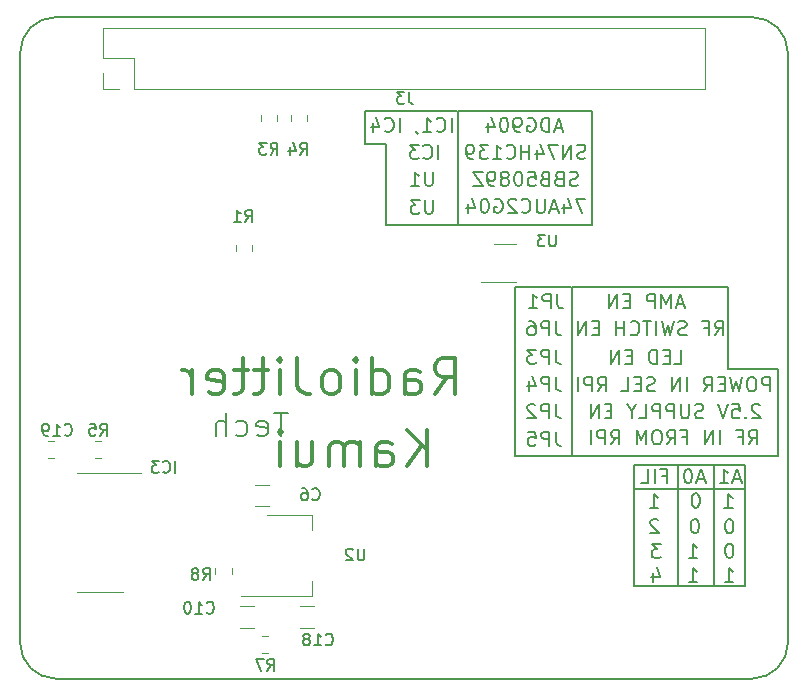
<source format=gbo>
G04 #@! TF.GenerationSoftware,KiCad,Pcbnew,(5.1.4)-1*
G04 #@! TF.CreationDate,2019-11-05T17:53:01+05:30*
G04 #@! TF.ProjectId,RPi Hat RF Transmitter V1,52506920-4861-4742-9052-46205472616e,rev?*
G04 #@! TF.SameCoordinates,Original*
G04 #@! TF.FileFunction,Legend,Bot*
G04 #@! TF.FilePolarity,Positive*
%FSLAX46Y46*%
G04 Gerber Fmt 4.6, Leading zero omitted, Abs format (unit mm)*
G04 Created by KiCad (PCBNEW (5.1.4)-1) date 2019-11-05 17:53:01*
%MOMM*%
%LPD*%
G04 APERTURE LIST*
%ADD10C,0.150000*%
%ADD11C,0.130000*%
%ADD12C,0.200000*%
%ADD13C,0.300000*%
%ADD14C,0.120000*%
G04 APERTURE END LIST*
D10*
X142708000Y-93306000D02*
X142708000Y-98000000D01*
X125309000Y-93306000D02*
X125300000Y-98000000D01*
X120480000Y-93320000D02*
X120480000Y-98000000D01*
D11*
X140224357Y-96995357D02*
X140624357Y-96423928D01*
X140910071Y-96995357D02*
X140910071Y-95795357D01*
X140452928Y-95795357D01*
X140338642Y-95852500D01*
X140281500Y-95909642D01*
X140224357Y-96023928D01*
X140224357Y-96195357D01*
X140281500Y-96309642D01*
X140338642Y-96366785D01*
X140452928Y-96423928D01*
X140910071Y-96423928D01*
X139310071Y-96366785D02*
X139710071Y-96366785D01*
X139710071Y-96995357D02*
X139710071Y-95795357D01*
X139138642Y-95795357D01*
X137767214Y-96995357D02*
X137767214Y-95795357D01*
X137195785Y-96995357D02*
X137195785Y-95795357D01*
X136510071Y-96995357D01*
X136510071Y-95795357D01*
X134624357Y-96366785D02*
X135024357Y-96366785D01*
X135024357Y-96995357D02*
X135024357Y-95795357D01*
X134452928Y-95795357D01*
X133310071Y-96995357D02*
X133710071Y-96423928D01*
X133995785Y-96995357D02*
X133995785Y-95795357D01*
X133538642Y-95795357D01*
X133424357Y-95852500D01*
X133367214Y-95909642D01*
X133310071Y-96023928D01*
X133310071Y-96195357D01*
X133367214Y-96309642D01*
X133424357Y-96366785D01*
X133538642Y-96423928D01*
X133995785Y-96423928D01*
X132567214Y-95795357D02*
X132338642Y-95795357D01*
X132224357Y-95852500D01*
X132110071Y-95966785D01*
X132052928Y-96195357D01*
X132052928Y-96595357D01*
X132110071Y-96823928D01*
X132224357Y-96938214D01*
X132338642Y-96995357D01*
X132567214Y-96995357D01*
X132681500Y-96938214D01*
X132795785Y-96823928D01*
X132852928Y-96595357D01*
X132852928Y-96195357D01*
X132795785Y-95966785D01*
X132681500Y-95852500D01*
X132567214Y-95795357D01*
X131538642Y-96995357D02*
X131538642Y-95795357D01*
X131138642Y-96652500D01*
X130738642Y-95795357D01*
X130738642Y-96995357D01*
X128567214Y-96995357D02*
X128967214Y-96423928D01*
X129252928Y-96995357D02*
X129252928Y-95795357D01*
X128795785Y-95795357D01*
X128681500Y-95852500D01*
X128624357Y-95909642D01*
X128567214Y-96023928D01*
X128567214Y-96195357D01*
X128624357Y-96309642D01*
X128681500Y-96366785D01*
X128795785Y-96423928D01*
X129252928Y-96423928D01*
X128052928Y-96995357D02*
X128052928Y-95795357D01*
X127595785Y-95795357D01*
X127481500Y-95852500D01*
X127424357Y-95909642D01*
X127367214Y-96023928D01*
X127367214Y-96195357D01*
X127424357Y-96309642D01*
X127481500Y-96366785D01*
X127595785Y-96423928D01*
X128052928Y-96423928D01*
X126852928Y-96995357D02*
X126852928Y-95795357D01*
X141181500Y-93689642D02*
X141124357Y-93632500D01*
X141010071Y-93575357D01*
X140724357Y-93575357D01*
X140610071Y-93632500D01*
X140552928Y-93689642D01*
X140495785Y-93803928D01*
X140495785Y-93918214D01*
X140552928Y-94089642D01*
X141238642Y-94775357D01*
X140495785Y-94775357D01*
X139981500Y-94661071D02*
X139924357Y-94718214D01*
X139981500Y-94775357D01*
X140038642Y-94718214D01*
X139981500Y-94661071D01*
X139981500Y-94775357D01*
X138838642Y-93575357D02*
X139410071Y-93575357D01*
X139467214Y-94146785D01*
X139410071Y-94089642D01*
X139295785Y-94032500D01*
X139010071Y-94032500D01*
X138895785Y-94089642D01*
X138838642Y-94146785D01*
X138781500Y-94261071D01*
X138781500Y-94546785D01*
X138838642Y-94661071D01*
X138895785Y-94718214D01*
X139010071Y-94775357D01*
X139295785Y-94775357D01*
X139410071Y-94718214D01*
X139467214Y-94661071D01*
X138438642Y-93575357D02*
X138038642Y-94775357D01*
X137638642Y-93575357D01*
X136381500Y-94718214D02*
X136210071Y-94775357D01*
X135924357Y-94775357D01*
X135810071Y-94718214D01*
X135752928Y-94661071D01*
X135695785Y-94546785D01*
X135695785Y-94432500D01*
X135752928Y-94318214D01*
X135810071Y-94261071D01*
X135924357Y-94203928D01*
X136152928Y-94146785D01*
X136267214Y-94089642D01*
X136324357Y-94032500D01*
X136381500Y-93918214D01*
X136381500Y-93803928D01*
X136324357Y-93689642D01*
X136267214Y-93632500D01*
X136152928Y-93575357D01*
X135867214Y-93575357D01*
X135695785Y-93632500D01*
X135181500Y-93575357D02*
X135181500Y-94546785D01*
X135124357Y-94661071D01*
X135067214Y-94718214D01*
X134952928Y-94775357D01*
X134724357Y-94775357D01*
X134610071Y-94718214D01*
X134552928Y-94661071D01*
X134495785Y-94546785D01*
X134495785Y-93575357D01*
X133924357Y-94775357D02*
X133924357Y-93575357D01*
X133467214Y-93575357D01*
X133352928Y-93632500D01*
X133295785Y-93689642D01*
X133238642Y-93803928D01*
X133238642Y-93975357D01*
X133295785Y-94089642D01*
X133352928Y-94146785D01*
X133467214Y-94203928D01*
X133924357Y-94203928D01*
X132724357Y-94775357D02*
X132724357Y-93575357D01*
X132267214Y-93575357D01*
X132152928Y-93632500D01*
X132095785Y-93689642D01*
X132038642Y-93803928D01*
X132038642Y-93975357D01*
X132095785Y-94089642D01*
X132152928Y-94146785D01*
X132267214Y-94203928D01*
X132724357Y-94203928D01*
X130952928Y-94775357D02*
X131524357Y-94775357D01*
X131524357Y-93575357D01*
X130324357Y-94203928D02*
X130324357Y-94775357D01*
X130724357Y-93575357D02*
X130324357Y-94203928D01*
X129924357Y-93575357D01*
X128610071Y-94146785D02*
X128210071Y-94146785D01*
X128038642Y-94775357D02*
X128610071Y-94775357D01*
X128610071Y-93575357D01*
X128038642Y-93575357D01*
X127524357Y-94775357D02*
X127524357Y-93575357D01*
X126838642Y-94775357D01*
X126838642Y-93575357D01*
X123920000Y-95902857D02*
X123920000Y-96760000D01*
X123977142Y-96931428D01*
X124091428Y-97045714D01*
X124262857Y-97102857D01*
X124377142Y-97102857D01*
X123348571Y-97102857D02*
X123348571Y-95902857D01*
X122891428Y-95902857D01*
X122777142Y-95960000D01*
X122720000Y-96017142D01*
X122662857Y-96131428D01*
X122662857Y-96302857D01*
X122720000Y-96417142D01*
X122777142Y-96474285D01*
X122891428Y-96531428D01*
X123348571Y-96531428D01*
X121577142Y-95902857D02*
X122148571Y-95902857D01*
X122205714Y-96474285D01*
X122148571Y-96417142D01*
X122034285Y-96360000D01*
X121748571Y-96360000D01*
X121634285Y-96417142D01*
X121577142Y-96474285D01*
X121520000Y-96588571D01*
X121520000Y-96874285D01*
X121577142Y-96988571D01*
X121634285Y-97045714D01*
X121748571Y-97102857D01*
X122034285Y-97102857D01*
X122148571Y-97045714D01*
X122205714Y-96988571D01*
X123876000Y-93571857D02*
X123876000Y-94429000D01*
X123933142Y-94600428D01*
X124047428Y-94714714D01*
X124218857Y-94771857D01*
X124333142Y-94771857D01*
X123304571Y-94771857D02*
X123304571Y-93571857D01*
X122847428Y-93571857D01*
X122733142Y-93629000D01*
X122676000Y-93686142D01*
X122618857Y-93800428D01*
X122618857Y-93971857D01*
X122676000Y-94086142D01*
X122733142Y-94143285D01*
X122847428Y-94200428D01*
X123304571Y-94200428D01*
X122161714Y-93686142D02*
X122104571Y-93629000D01*
X121990285Y-93571857D01*
X121704571Y-93571857D01*
X121590285Y-93629000D01*
X121533142Y-93686142D01*
X121476000Y-93800428D01*
X121476000Y-93914714D01*
X121533142Y-94086142D01*
X122218857Y-94771857D01*
X121476000Y-94771857D01*
D10*
X120480000Y-98006000D02*
X125409000Y-98006000D01*
X115640000Y-78383000D02*
X126943000Y-78383000D01*
X115513000Y-68731000D02*
X107766000Y-68731000D01*
X142708000Y-93306000D02*
X142708000Y-90620000D01*
X126943000Y-68731000D02*
X115640000Y-68731000D01*
X138540000Y-90620000D02*
X142700000Y-90620000D01*
X138517000Y-83654000D02*
X138517000Y-90620000D01*
X137728000Y-98006000D02*
X142700000Y-98006000D01*
X107766000Y-71525000D02*
X107766000Y-68731000D01*
X109544000Y-71525000D02*
X107766000Y-71525000D01*
X138517000Y-83654000D02*
X125309000Y-83654000D01*
X125182000Y-83654000D02*
X120483000Y-83654000D01*
X125309000Y-83654000D02*
X125309000Y-93306000D01*
X109544000Y-78383000D02*
X115640000Y-78383000D01*
X109544000Y-78383000D02*
X109544000Y-71525000D01*
X120483000Y-93306000D02*
X120483000Y-83654000D01*
X125409000Y-98006000D02*
X137728000Y-98006000D01*
X139927500Y-100801500D02*
X139927500Y-108929500D01*
X137260500Y-99023500D02*
X137260500Y-108929500D01*
X137260500Y-98706000D02*
X137260500Y-98960000D01*
X134212500Y-108929500D02*
X134212500Y-99023500D01*
X130529500Y-100801500D02*
X130529500Y-108929500D01*
X139927500Y-98706000D02*
X139927500Y-100738000D01*
X134212500Y-98706000D02*
X137260500Y-98706000D01*
X139927500Y-100801500D02*
X130529500Y-100801500D01*
X126943000Y-78383000D02*
X126943000Y-68731000D01*
X137260500Y-98706000D02*
X139927500Y-98706000D01*
X134212500Y-98960000D02*
X134212500Y-98706000D01*
X137197000Y-108993000D02*
X134149000Y-108993000D01*
X130529500Y-98706000D02*
X130529500Y-100738000D01*
X130529500Y-108993000D02*
X134212500Y-108993000D01*
X134212500Y-98706000D02*
X130529500Y-98706000D01*
X115640000Y-68731000D02*
X115640000Y-78383000D01*
X139927500Y-108993000D02*
X137260500Y-108993000D01*
D11*
X123896000Y-91251857D02*
X123896000Y-92109000D01*
X123953142Y-92280428D01*
X124067428Y-92394714D01*
X124238857Y-92451857D01*
X124353142Y-92451857D01*
X123324571Y-92451857D02*
X123324571Y-91251857D01*
X122867428Y-91251857D01*
X122753142Y-91309000D01*
X122696000Y-91366142D01*
X122638857Y-91480428D01*
X122638857Y-91651857D01*
X122696000Y-91766142D01*
X122753142Y-91823285D01*
X122867428Y-91880428D01*
X123324571Y-91880428D01*
X121610285Y-91651857D02*
X121610285Y-92451857D01*
X121896000Y-91194714D02*
X122181714Y-92051857D01*
X121438857Y-92051857D01*
X126412142Y-72772714D02*
X126240714Y-72829857D01*
X125955000Y-72829857D01*
X125840714Y-72772714D01*
X125783571Y-72715571D01*
X125726428Y-72601285D01*
X125726428Y-72487000D01*
X125783571Y-72372714D01*
X125840714Y-72315571D01*
X125955000Y-72258428D01*
X126183571Y-72201285D01*
X126297857Y-72144142D01*
X126355000Y-72087000D01*
X126412142Y-71972714D01*
X126412142Y-71858428D01*
X126355000Y-71744142D01*
X126297857Y-71687000D01*
X126183571Y-71629857D01*
X125897857Y-71629857D01*
X125726428Y-71687000D01*
X125212142Y-72829857D02*
X125212142Y-71629857D01*
X124526428Y-72829857D01*
X124526428Y-71629857D01*
X124069285Y-71629857D02*
X123269285Y-71629857D01*
X123783571Y-72829857D01*
X122297857Y-72029857D02*
X122297857Y-72829857D01*
X122583571Y-71572714D02*
X122869285Y-72429857D01*
X122126428Y-72429857D01*
X121669285Y-72829857D02*
X121669285Y-71629857D01*
X121669285Y-72201285D02*
X120983571Y-72201285D01*
X120983571Y-72829857D02*
X120983571Y-71629857D01*
X119726428Y-72715571D02*
X119783571Y-72772714D01*
X119955000Y-72829857D01*
X120069285Y-72829857D01*
X120240714Y-72772714D01*
X120355000Y-72658428D01*
X120412142Y-72544142D01*
X120469285Y-72315571D01*
X120469285Y-72144142D01*
X120412142Y-71915571D01*
X120355000Y-71801285D01*
X120240714Y-71687000D01*
X120069285Y-71629857D01*
X119955000Y-71629857D01*
X119783571Y-71687000D01*
X119726428Y-71744142D01*
X118583571Y-72829857D02*
X119269285Y-72829857D01*
X118926428Y-72829857D02*
X118926428Y-71629857D01*
X119040714Y-71801285D01*
X119155000Y-71915571D01*
X119269285Y-71972714D01*
X118183571Y-71629857D02*
X117440714Y-71629857D01*
X117840714Y-72087000D01*
X117669285Y-72087000D01*
X117555000Y-72144142D01*
X117497857Y-72201285D01*
X117440714Y-72315571D01*
X117440714Y-72601285D01*
X117497857Y-72715571D01*
X117555000Y-72772714D01*
X117669285Y-72829857D01*
X118012142Y-72829857D01*
X118126428Y-72772714D01*
X118183571Y-72715571D01*
X116869285Y-72829857D02*
X116640714Y-72829857D01*
X116526428Y-72772714D01*
X116469285Y-72715571D01*
X116355000Y-72544142D01*
X116297857Y-72315571D01*
X116297857Y-71858428D01*
X116355000Y-71744142D01*
X116412142Y-71687000D01*
X116526428Y-71629857D01*
X116755000Y-71629857D01*
X116869285Y-71687000D01*
X116926428Y-71744142D01*
X116983571Y-71858428D01*
X116983571Y-72144142D01*
X116926428Y-72258428D01*
X116869285Y-72315571D01*
X116755000Y-72372714D01*
X116526428Y-72372714D01*
X116412142Y-72315571D01*
X116355000Y-72258428D01*
X116297857Y-72144142D01*
X123896000Y-86552857D02*
X123896000Y-87410000D01*
X123953142Y-87581428D01*
X124067428Y-87695714D01*
X124238857Y-87752857D01*
X124353142Y-87752857D01*
X123324571Y-87752857D02*
X123324571Y-86552857D01*
X122867428Y-86552857D01*
X122753142Y-86610000D01*
X122696000Y-86667142D01*
X122638857Y-86781428D01*
X122638857Y-86952857D01*
X122696000Y-87067142D01*
X122753142Y-87124285D01*
X122867428Y-87181428D01*
X123324571Y-87181428D01*
X121610285Y-86552857D02*
X121838857Y-86552857D01*
X121953142Y-86610000D01*
X122010285Y-86667142D01*
X122124571Y-86838571D01*
X122181714Y-87067142D01*
X122181714Y-87524285D01*
X122124571Y-87638571D01*
X122067428Y-87695714D01*
X121953142Y-87752857D01*
X121724571Y-87752857D01*
X121610285Y-87695714D01*
X121553142Y-87638571D01*
X121496000Y-87524285D01*
X121496000Y-87238571D01*
X121553142Y-87124285D01*
X121610285Y-87067142D01*
X121724571Y-87010000D01*
X121953142Y-87010000D01*
X122067428Y-87067142D01*
X122124571Y-87124285D01*
X122181714Y-87238571D01*
X124428000Y-70201000D02*
X123856571Y-70201000D01*
X124542285Y-70543857D02*
X124142285Y-69343857D01*
X123742285Y-70543857D01*
X123342285Y-70543857D02*
X123342285Y-69343857D01*
X123056571Y-69343857D01*
X122885142Y-69401000D01*
X122770857Y-69515285D01*
X122713714Y-69629571D01*
X122656571Y-69858142D01*
X122656571Y-70029571D01*
X122713714Y-70258142D01*
X122770857Y-70372428D01*
X122885142Y-70486714D01*
X123056571Y-70543857D01*
X123342285Y-70543857D01*
X121513714Y-69401000D02*
X121628000Y-69343857D01*
X121799428Y-69343857D01*
X121970857Y-69401000D01*
X122085142Y-69515285D01*
X122142285Y-69629571D01*
X122199428Y-69858142D01*
X122199428Y-70029571D01*
X122142285Y-70258142D01*
X122085142Y-70372428D01*
X121970857Y-70486714D01*
X121799428Y-70543857D01*
X121685142Y-70543857D01*
X121513714Y-70486714D01*
X121456571Y-70429571D01*
X121456571Y-70029571D01*
X121685142Y-70029571D01*
X120885142Y-70543857D02*
X120656571Y-70543857D01*
X120542285Y-70486714D01*
X120485142Y-70429571D01*
X120370857Y-70258142D01*
X120313714Y-70029571D01*
X120313714Y-69572428D01*
X120370857Y-69458142D01*
X120428000Y-69401000D01*
X120542285Y-69343857D01*
X120770857Y-69343857D01*
X120885142Y-69401000D01*
X120942285Y-69458142D01*
X120999428Y-69572428D01*
X120999428Y-69858142D01*
X120942285Y-69972428D01*
X120885142Y-70029571D01*
X120770857Y-70086714D01*
X120542285Y-70086714D01*
X120428000Y-70029571D01*
X120370857Y-69972428D01*
X120313714Y-69858142D01*
X119570857Y-69343857D02*
X119456571Y-69343857D01*
X119342285Y-69401000D01*
X119285142Y-69458142D01*
X119228000Y-69572428D01*
X119170857Y-69801000D01*
X119170857Y-70086714D01*
X119228000Y-70315285D01*
X119285142Y-70429571D01*
X119342285Y-70486714D01*
X119456571Y-70543857D01*
X119570857Y-70543857D01*
X119685142Y-70486714D01*
X119742285Y-70429571D01*
X119799428Y-70315285D01*
X119856571Y-70086714D01*
X119856571Y-69801000D01*
X119799428Y-69572428D01*
X119742285Y-69458142D01*
X119685142Y-69401000D01*
X119570857Y-69343857D01*
X118142285Y-69743857D02*
X118142285Y-70543857D01*
X118428000Y-69286714D02*
X118713714Y-70143857D01*
X117970857Y-70143857D01*
X132907500Y-99636285D02*
X133307500Y-99636285D01*
X133307500Y-100264857D02*
X133307500Y-99064857D01*
X132736071Y-99064857D01*
X132278928Y-100264857D02*
X132278928Y-99064857D01*
X131136071Y-100264857D02*
X131707500Y-100264857D01*
X131707500Y-99064857D01*
X138251142Y-108646857D02*
X138936857Y-108646857D01*
X138594000Y-108646857D02*
X138594000Y-107446857D01*
X138708285Y-107618285D01*
X138822571Y-107732571D01*
X138936857Y-107789714D01*
X139514642Y-99922000D02*
X138943214Y-99922000D01*
X139628928Y-100264857D02*
X139228928Y-99064857D01*
X138828928Y-100264857D01*
X137800357Y-100264857D02*
X138486071Y-100264857D01*
X138143214Y-100264857D02*
X138143214Y-99064857D01*
X138257500Y-99236285D01*
X138371785Y-99350571D01*
X138486071Y-99407714D01*
X113506285Y-76265357D02*
X113506285Y-77236785D01*
X113449142Y-77351071D01*
X113392000Y-77408214D01*
X113277714Y-77465357D01*
X113049142Y-77465357D01*
X112934857Y-77408214D01*
X112877714Y-77351071D01*
X112820571Y-77236785D01*
X112820571Y-76265357D01*
X112363428Y-76265357D02*
X111620571Y-76265357D01*
X112020571Y-76722500D01*
X111849142Y-76722500D01*
X111734857Y-76779642D01*
X111677714Y-76836785D01*
X111620571Y-76951071D01*
X111620571Y-77236785D01*
X111677714Y-77351071D01*
X111734857Y-77408214D01*
X111849142Y-77465357D01*
X112192000Y-77465357D01*
X112306285Y-77408214D01*
X112363428Y-77351071D01*
X138651142Y-103319357D02*
X138536857Y-103319357D01*
X138422571Y-103376500D01*
X138365428Y-103433642D01*
X138308285Y-103547928D01*
X138251142Y-103776500D01*
X138251142Y-104062214D01*
X138308285Y-104290785D01*
X138365428Y-104405071D01*
X138422571Y-104462214D01*
X138536857Y-104519357D01*
X138651142Y-104519357D01*
X138765428Y-104462214D01*
X138822571Y-104405071D01*
X138879714Y-104290785D01*
X138936857Y-104062214D01*
X138936857Y-103776500D01*
X138879714Y-103547928D01*
X138822571Y-103433642D01*
X138765428Y-103376500D01*
X138651142Y-103319357D01*
X132771000Y-105414857D02*
X132028142Y-105414857D01*
X132428142Y-105872000D01*
X132256714Y-105872000D01*
X132142428Y-105929142D01*
X132085285Y-105986285D01*
X132028142Y-106100571D01*
X132028142Y-106386285D01*
X132085285Y-106500571D01*
X132142428Y-106557714D01*
X132256714Y-106614857D01*
X132599571Y-106614857D01*
X132713857Y-106557714D01*
X132771000Y-106500571D01*
X123896000Y-88965857D02*
X123896000Y-89823000D01*
X123953142Y-89994428D01*
X124067428Y-90108714D01*
X124238857Y-90165857D01*
X124353142Y-90165857D01*
X123324571Y-90165857D02*
X123324571Y-88965857D01*
X122867428Y-88965857D01*
X122753142Y-89023000D01*
X122696000Y-89080142D01*
X122638857Y-89194428D01*
X122638857Y-89365857D01*
X122696000Y-89480142D01*
X122753142Y-89537285D01*
X122867428Y-89594428D01*
X123324571Y-89594428D01*
X122238857Y-88965857D02*
X121496000Y-88965857D01*
X121896000Y-89423000D01*
X121724571Y-89423000D01*
X121610285Y-89480142D01*
X121553142Y-89537285D01*
X121496000Y-89651571D01*
X121496000Y-89937285D01*
X121553142Y-90051571D01*
X121610285Y-90108714D01*
X121724571Y-90165857D01*
X122067428Y-90165857D01*
X122181714Y-90108714D01*
X122238857Y-90051571D01*
X113506285Y-73915857D02*
X113506285Y-74887285D01*
X113449142Y-75001571D01*
X113392000Y-75058714D01*
X113277714Y-75115857D01*
X113049142Y-75115857D01*
X112934857Y-75058714D01*
X112877714Y-75001571D01*
X112820571Y-74887285D01*
X112820571Y-73915857D01*
X111620571Y-75115857D02*
X112306285Y-75115857D01*
X111963428Y-75115857D02*
X111963428Y-73915857D01*
X112077714Y-74087285D01*
X112192000Y-74201571D01*
X112306285Y-74258714D01*
X138536857Y-106602142D02*
X138651142Y-106602142D01*
X138765428Y-106545000D01*
X138822571Y-106487857D01*
X138879714Y-106373571D01*
X138936857Y-106145000D01*
X138936857Y-105859285D01*
X138879714Y-105630714D01*
X138822571Y-105516428D01*
X138765428Y-105459285D01*
X138651142Y-105402142D01*
X138536857Y-105402142D01*
X138422571Y-105459285D01*
X138365428Y-105516428D01*
X138308285Y-105630714D01*
X138251142Y-105859285D01*
X138251142Y-106145000D01*
X138308285Y-106373571D01*
X138365428Y-106487857D01*
X138422571Y-106545000D01*
X138536857Y-106602142D01*
X135203142Y-108646857D02*
X135888857Y-108646857D01*
X135546000Y-108646857D02*
X135546000Y-107446857D01*
X135660285Y-107618285D01*
X135774571Y-107732571D01*
X135888857Y-107789714D01*
X115074428Y-70543857D02*
X115074428Y-69343857D01*
X113817285Y-70429571D02*
X113874428Y-70486714D01*
X114045857Y-70543857D01*
X114160142Y-70543857D01*
X114331571Y-70486714D01*
X114445857Y-70372428D01*
X114503000Y-70258142D01*
X114560142Y-70029571D01*
X114560142Y-69858142D01*
X114503000Y-69629571D01*
X114445857Y-69515285D01*
X114331571Y-69401000D01*
X114160142Y-69343857D01*
X114045857Y-69343857D01*
X113874428Y-69401000D01*
X113817285Y-69458142D01*
X112674428Y-70543857D02*
X113360142Y-70543857D01*
X113017285Y-70543857D02*
X113017285Y-69343857D01*
X113131571Y-69515285D01*
X113245857Y-69629571D01*
X113360142Y-69686714D01*
X112103000Y-70486714D02*
X112103000Y-70543857D01*
X112160142Y-70658142D01*
X112217285Y-70715285D01*
X110674428Y-70543857D02*
X110674428Y-69343857D01*
X109417285Y-70429571D02*
X109474428Y-70486714D01*
X109645857Y-70543857D01*
X109760142Y-70543857D01*
X109931571Y-70486714D01*
X110045857Y-70372428D01*
X110103000Y-70258142D01*
X110160142Y-70029571D01*
X110160142Y-69858142D01*
X110103000Y-69629571D01*
X110045857Y-69515285D01*
X109931571Y-69401000D01*
X109760142Y-69343857D01*
X109645857Y-69343857D01*
X109474428Y-69401000D01*
X109417285Y-69458142D01*
X108388714Y-69743857D02*
X108388714Y-70543857D01*
X108674428Y-69286714D02*
X108960142Y-70143857D01*
X108217285Y-70143857D01*
X113953928Y-72829857D02*
X113953928Y-71629857D01*
X112696785Y-72715571D02*
X112753928Y-72772714D01*
X112925357Y-72829857D01*
X113039642Y-72829857D01*
X113211071Y-72772714D01*
X113325357Y-72658428D01*
X113382500Y-72544142D01*
X113439642Y-72315571D01*
X113439642Y-72144142D01*
X113382500Y-71915571D01*
X113325357Y-71801285D01*
X113211071Y-71687000D01*
X113039642Y-71629857D01*
X112925357Y-71629857D01*
X112753928Y-71687000D01*
X112696785Y-71744142D01*
X112296785Y-71629857D02*
X111553928Y-71629857D01*
X111953928Y-72087000D01*
X111782500Y-72087000D01*
X111668214Y-72144142D01*
X111611071Y-72201285D01*
X111553928Y-72315571D01*
X111553928Y-72601285D01*
X111611071Y-72715571D01*
X111668214Y-72772714D01*
X111782500Y-72829857D01*
X112125357Y-72829857D01*
X112239642Y-72772714D01*
X112296785Y-72715571D01*
X138177142Y-102362857D02*
X138862857Y-102362857D01*
X138520000Y-102362857D02*
X138520000Y-101162857D01*
X138634285Y-101334285D01*
X138748571Y-101448571D01*
X138862857Y-101505714D01*
X135679357Y-102347642D02*
X135793642Y-102347642D01*
X135907928Y-102290500D01*
X135965071Y-102233357D01*
X136022214Y-102119071D01*
X136079357Y-101890500D01*
X136079357Y-101604785D01*
X136022214Y-101376214D01*
X135965071Y-101261928D01*
X135907928Y-101204785D01*
X135793642Y-101147642D01*
X135679357Y-101147642D01*
X135565071Y-101204785D01*
X135507928Y-101261928D01*
X135450785Y-101376214D01*
X135393642Y-101604785D01*
X135393642Y-101890500D01*
X135450785Y-102119071D01*
X135507928Y-102233357D01*
X135565071Y-102290500D01*
X135679357Y-102347642D01*
X124023000Y-84266857D02*
X124023000Y-85124000D01*
X124080142Y-85295428D01*
X124194428Y-85409714D01*
X124365857Y-85466857D01*
X124480142Y-85466857D01*
X123451571Y-85466857D02*
X123451571Y-84266857D01*
X122994428Y-84266857D01*
X122880142Y-84324000D01*
X122823000Y-84381142D01*
X122765857Y-84495428D01*
X122765857Y-84666857D01*
X122823000Y-84781142D01*
X122880142Y-84838285D01*
X122994428Y-84895428D01*
X123451571Y-84895428D01*
X121623000Y-85466857D02*
X122308714Y-85466857D01*
X121965857Y-85466857D02*
X121965857Y-84266857D01*
X122080142Y-84438285D01*
X122194428Y-84552571D01*
X122308714Y-84609714D01*
X131901142Y-102360357D02*
X132586857Y-102360357D01*
X132244000Y-102360357D02*
X132244000Y-101160357D01*
X132358285Y-101331785D01*
X132472571Y-101446071D01*
X132586857Y-101503214D01*
X135203142Y-106614857D02*
X135888857Y-106614857D01*
X135546000Y-106614857D02*
X135546000Y-105414857D01*
X135660285Y-105586285D01*
X135774571Y-105700571D01*
X135888857Y-105757714D01*
X126383571Y-76201857D02*
X125583571Y-76201857D01*
X126097857Y-77401857D01*
X124612142Y-76601857D02*
X124612142Y-77401857D01*
X124897857Y-76144714D02*
X125183571Y-77001857D01*
X124440714Y-77001857D01*
X124040714Y-77059000D02*
X123469285Y-77059000D01*
X124155000Y-77401857D02*
X123755000Y-76201857D01*
X123355000Y-77401857D01*
X122955000Y-76201857D02*
X122955000Y-77173285D01*
X122897857Y-77287571D01*
X122840714Y-77344714D01*
X122726428Y-77401857D01*
X122497857Y-77401857D01*
X122383571Y-77344714D01*
X122326428Y-77287571D01*
X122269285Y-77173285D01*
X122269285Y-76201857D01*
X121012142Y-77287571D02*
X121069285Y-77344714D01*
X121240714Y-77401857D01*
X121355000Y-77401857D01*
X121526428Y-77344714D01*
X121640714Y-77230428D01*
X121697857Y-77116142D01*
X121755000Y-76887571D01*
X121755000Y-76716142D01*
X121697857Y-76487571D01*
X121640714Y-76373285D01*
X121526428Y-76259000D01*
X121355000Y-76201857D01*
X121240714Y-76201857D01*
X121069285Y-76259000D01*
X121012142Y-76316142D01*
X120555000Y-76316142D02*
X120497857Y-76259000D01*
X120383571Y-76201857D01*
X120097857Y-76201857D01*
X119983571Y-76259000D01*
X119926428Y-76316142D01*
X119869285Y-76430428D01*
X119869285Y-76544714D01*
X119926428Y-76716142D01*
X120612142Y-77401857D01*
X119869285Y-77401857D01*
X118726428Y-76259000D02*
X118840714Y-76201857D01*
X119012142Y-76201857D01*
X119183571Y-76259000D01*
X119297857Y-76373285D01*
X119355000Y-76487571D01*
X119412142Y-76716142D01*
X119412142Y-76887571D01*
X119355000Y-77116142D01*
X119297857Y-77230428D01*
X119183571Y-77344714D01*
X119012142Y-77401857D01*
X118897857Y-77401857D01*
X118726428Y-77344714D01*
X118669285Y-77287571D01*
X118669285Y-76887571D01*
X118897857Y-76887571D01*
X117926428Y-76201857D02*
X117812142Y-76201857D01*
X117697857Y-76259000D01*
X117640714Y-76316142D01*
X117583571Y-76430428D01*
X117526428Y-76659000D01*
X117526428Y-76944714D01*
X117583571Y-77173285D01*
X117640714Y-77287571D01*
X117697857Y-77344714D01*
X117812142Y-77401857D01*
X117926428Y-77401857D01*
X118040714Y-77344714D01*
X118097857Y-77287571D01*
X118155000Y-77173285D01*
X118212142Y-76944714D01*
X118212142Y-76659000D01*
X118155000Y-76430428D01*
X118097857Y-76316142D01*
X118040714Y-76259000D01*
X117926428Y-76201857D01*
X116497857Y-76601857D02*
X116497857Y-77401857D01*
X116783571Y-76144714D02*
X117069285Y-77001857D01*
X116326428Y-77001857D01*
X135615857Y-104506642D02*
X135730142Y-104506642D01*
X135844428Y-104449500D01*
X135901571Y-104392357D01*
X135958714Y-104278071D01*
X136015857Y-104049500D01*
X136015857Y-103763785D01*
X135958714Y-103535214D01*
X135901571Y-103420928D01*
X135844428Y-103363785D01*
X135730142Y-103306642D01*
X135615857Y-103306642D01*
X135501571Y-103363785D01*
X135444428Y-103420928D01*
X135387285Y-103535214D01*
X135330142Y-103763785D01*
X135330142Y-104049500D01*
X135387285Y-104278071D01*
X135444428Y-104392357D01*
X135501571Y-104449500D01*
X135615857Y-104506642D01*
X125755000Y-75058714D02*
X125583571Y-75115857D01*
X125297857Y-75115857D01*
X125183571Y-75058714D01*
X125126428Y-75001571D01*
X125069285Y-74887285D01*
X125069285Y-74773000D01*
X125126428Y-74658714D01*
X125183571Y-74601571D01*
X125297857Y-74544428D01*
X125526428Y-74487285D01*
X125640714Y-74430142D01*
X125697857Y-74373000D01*
X125755000Y-74258714D01*
X125755000Y-74144428D01*
X125697857Y-74030142D01*
X125640714Y-73973000D01*
X125526428Y-73915857D01*
X125240714Y-73915857D01*
X125069285Y-73973000D01*
X124155000Y-74487285D02*
X123983571Y-74544428D01*
X123926428Y-74601571D01*
X123869285Y-74715857D01*
X123869285Y-74887285D01*
X123926428Y-75001571D01*
X123983571Y-75058714D01*
X124097857Y-75115857D01*
X124555000Y-75115857D01*
X124555000Y-73915857D01*
X124155000Y-73915857D01*
X124040714Y-73973000D01*
X123983571Y-74030142D01*
X123926428Y-74144428D01*
X123926428Y-74258714D01*
X123983571Y-74373000D01*
X124040714Y-74430142D01*
X124155000Y-74487285D01*
X124555000Y-74487285D01*
X122955000Y-74487285D02*
X122783571Y-74544428D01*
X122726428Y-74601571D01*
X122669285Y-74715857D01*
X122669285Y-74887285D01*
X122726428Y-75001571D01*
X122783571Y-75058714D01*
X122897857Y-75115857D01*
X123355000Y-75115857D01*
X123355000Y-73915857D01*
X122955000Y-73915857D01*
X122840714Y-73973000D01*
X122783571Y-74030142D01*
X122726428Y-74144428D01*
X122726428Y-74258714D01*
X122783571Y-74373000D01*
X122840714Y-74430142D01*
X122955000Y-74487285D01*
X123355000Y-74487285D01*
X121583571Y-73915857D02*
X122155000Y-73915857D01*
X122212142Y-74487285D01*
X122155000Y-74430142D01*
X122040714Y-74373000D01*
X121755000Y-74373000D01*
X121640714Y-74430142D01*
X121583571Y-74487285D01*
X121526428Y-74601571D01*
X121526428Y-74887285D01*
X121583571Y-75001571D01*
X121640714Y-75058714D01*
X121755000Y-75115857D01*
X122040714Y-75115857D01*
X122155000Y-75058714D01*
X122212142Y-75001571D01*
X120783571Y-73915857D02*
X120669285Y-73915857D01*
X120555000Y-73973000D01*
X120497857Y-74030142D01*
X120440714Y-74144428D01*
X120383571Y-74373000D01*
X120383571Y-74658714D01*
X120440714Y-74887285D01*
X120497857Y-75001571D01*
X120555000Y-75058714D01*
X120669285Y-75115857D01*
X120783571Y-75115857D01*
X120897857Y-75058714D01*
X120955000Y-75001571D01*
X121012142Y-74887285D01*
X121069285Y-74658714D01*
X121069285Y-74373000D01*
X121012142Y-74144428D01*
X120955000Y-74030142D01*
X120897857Y-73973000D01*
X120783571Y-73915857D01*
X119697857Y-74430142D02*
X119812142Y-74373000D01*
X119869285Y-74315857D01*
X119926428Y-74201571D01*
X119926428Y-74144428D01*
X119869285Y-74030142D01*
X119812142Y-73973000D01*
X119697857Y-73915857D01*
X119469285Y-73915857D01*
X119355000Y-73973000D01*
X119297857Y-74030142D01*
X119240714Y-74144428D01*
X119240714Y-74201571D01*
X119297857Y-74315857D01*
X119355000Y-74373000D01*
X119469285Y-74430142D01*
X119697857Y-74430142D01*
X119812142Y-74487285D01*
X119869285Y-74544428D01*
X119926428Y-74658714D01*
X119926428Y-74887285D01*
X119869285Y-75001571D01*
X119812142Y-75058714D01*
X119697857Y-75115857D01*
X119469285Y-75115857D01*
X119355000Y-75058714D01*
X119297857Y-75001571D01*
X119240714Y-74887285D01*
X119240714Y-74658714D01*
X119297857Y-74544428D01*
X119355000Y-74487285D01*
X119469285Y-74430142D01*
X118669285Y-75115857D02*
X118440714Y-75115857D01*
X118326428Y-75058714D01*
X118269285Y-75001571D01*
X118155000Y-74830142D01*
X118097857Y-74601571D01*
X118097857Y-74144428D01*
X118155000Y-74030142D01*
X118212142Y-73973000D01*
X118326428Y-73915857D01*
X118555000Y-73915857D01*
X118669285Y-73973000D01*
X118726428Y-74030142D01*
X118783571Y-74144428D01*
X118783571Y-74430142D01*
X118726428Y-74544428D01*
X118669285Y-74601571D01*
X118555000Y-74658714D01*
X118326428Y-74658714D01*
X118212142Y-74601571D01*
X118155000Y-74544428D01*
X118097857Y-74430142D01*
X117697857Y-73915857D02*
X116897857Y-73915857D01*
X117697857Y-75115857D01*
X116897857Y-75115857D01*
X134732000Y-85124000D02*
X134160571Y-85124000D01*
X134846285Y-85466857D02*
X134446285Y-84266857D01*
X134046285Y-85466857D01*
X133646285Y-85466857D02*
X133646285Y-84266857D01*
X133246285Y-85124000D01*
X132846285Y-84266857D01*
X132846285Y-85466857D01*
X132274857Y-85466857D02*
X132274857Y-84266857D01*
X131817714Y-84266857D01*
X131703428Y-84324000D01*
X131646285Y-84381142D01*
X131589142Y-84495428D01*
X131589142Y-84666857D01*
X131646285Y-84781142D01*
X131703428Y-84838285D01*
X131817714Y-84895428D01*
X132274857Y-84895428D01*
X130160571Y-84838285D02*
X129760571Y-84838285D01*
X129589142Y-85466857D02*
X130160571Y-85466857D01*
X130160571Y-84266857D01*
X129589142Y-84266857D01*
X129074857Y-85466857D02*
X129074857Y-84266857D01*
X128389142Y-85466857D01*
X128389142Y-84266857D01*
X132586857Y-103433642D02*
X132529714Y-103376500D01*
X132415428Y-103319357D01*
X132129714Y-103319357D01*
X132015428Y-103376500D01*
X131958285Y-103433642D01*
X131901142Y-103547928D01*
X131901142Y-103662214D01*
X131958285Y-103833642D01*
X132644000Y-104519357D01*
X131901142Y-104519357D01*
X137370142Y-87752857D02*
X137770142Y-87181428D01*
X138055857Y-87752857D02*
X138055857Y-86552857D01*
X137598714Y-86552857D01*
X137484428Y-86610000D01*
X137427285Y-86667142D01*
X137370142Y-86781428D01*
X137370142Y-86952857D01*
X137427285Y-87067142D01*
X137484428Y-87124285D01*
X137598714Y-87181428D01*
X138055857Y-87181428D01*
X136455857Y-87124285D02*
X136855857Y-87124285D01*
X136855857Y-87752857D02*
X136855857Y-86552857D01*
X136284428Y-86552857D01*
X134970142Y-87695714D02*
X134798714Y-87752857D01*
X134513000Y-87752857D01*
X134398714Y-87695714D01*
X134341571Y-87638571D01*
X134284428Y-87524285D01*
X134284428Y-87410000D01*
X134341571Y-87295714D01*
X134398714Y-87238571D01*
X134513000Y-87181428D01*
X134741571Y-87124285D01*
X134855857Y-87067142D01*
X134913000Y-87010000D01*
X134970142Y-86895714D01*
X134970142Y-86781428D01*
X134913000Y-86667142D01*
X134855857Y-86610000D01*
X134741571Y-86552857D01*
X134455857Y-86552857D01*
X134284428Y-86610000D01*
X133884428Y-86552857D02*
X133598714Y-87752857D01*
X133370142Y-86895714D01*
X133141571Y-87752857D01*
X132855857Y-86552857D01*
X132398714Y-87752857D02*
X132398714Y-86552857D01*
X131998714Y-86552857D02*
X131313000Y-86552857D01*
X131655857Y-87752857D02*
X131655857Y-86552857D01*
X130227285Y-87638571D02*
X130284428Y-87695714D01*
X130455857Y-87752857D01*
X130570142Y-87752857D01*
X130741571Y-87695714D01*
X130855857Y-87581428D01*
X130913000Y-87467142D01*
X130970142Y-87238571D01*
X130970142Y-87067142D01*
X130913000Y-86838571D01*
X130855857Y-86724285D01*
X130741571Y-86610000D01*
X130570142Y-86552857D01*
X130455857Y-86552857D01*
X130284428Y-86610000D01*
X130227285Y-86667142D01*
X129713000Y-87752857D02*
X129713000Y-86552857D01*
X129713000Y-87124285D02*
X129027285Y-87124285D01*
X129027285Y-87752857D02*
X129027285Y-86552857D01*
X127541571Y-87124285D02*
X127141571Y-87124285D01*
X126970142Y-87752857D02*
X127541571Y-87752857D01*
X127541571Y-86552857D01*
X126970142Y-86552857D01*
X126455857Y-87752857D02*
X126455857Y-86552857D01*
X125770142Y-87752857D01*
X125770142Y-86552857D01*
X133932000Y-90165857D02*
X134503428Y-90165857D01*
X134503428Y-88965857D01*
X133532000Y-89537285D02*
X133132000Y-89537285D01*
X132960571Y-90165857D02*
X133532000Y-90165857D01*
X133532000Y-88965857D01*
X132960571Y-88965857D01*
X132446285Y-90165857D02*
X132446285Y-88965857D01*
X132160571Y-88965857D01*
X131989142Y-89023000D01*
X131874857Y-89137285D01*
X131817714Y-89251571D01*
X131760571Y-89480142D01*
X131760571Y-89651571D01*
X131817714Y-89880142D01*
X131874857Y-89994428D01*
X131989142Y-90108714D01*
X132160571Y-90165857D01*
X132446285Y-90165857D01*
X130332000Y-89537285D02*
X129932000Y-89537285D01*
X129760571Y-90165857D02*
X130332000Y-90165857D01*
X130332000Y-88965857D01*
X129760571Y-88965857D01*
X129246285Y-90165857D02*
X129246285Y-88965857D01*
X128560571Y-90165857D01*
X128560571Y-88965857D01*
X142024357Y-92515357D02*
X142024357Y-91315357D01*
X141567214Y-91315357D01*
X141452928Y-91372500D01*
X141395785Y-91429642D01*
X141338642Y-91543928D01*
X141338642Y-91715357D01*
X141395785Y-91829642D01*
X141452928Y-91886785D01*
X141567214Y-91943928D01*
X142024357Y-91943928D01*
X140595785Y-91315357D02*
X140367214Y-91315357D01*
X140252928Y-91372500D01*
X140138642Y-91486785D01*
X140081500Y-91715357D01*
X140081500Y-92115357D01*
X140138642Y-92343928D01*
X140252928Y-92458214D01*
X140367214Y-92515357D01*
X140595785Y-92515357D01*
X140710071Y-92458214D01*
X140824357Y-92343928D01*
X140881500Y-92115357D01*
X140881500Y-91715357D01*
X140824357Y-91486785D01*
X140710071Y-91372500D01*
X140595785Y-91315357D01*
X139681500Y-91315357D02*
X139395785Y-92515357D01*
X139167214Y-91658214D01*
X138938642Y-92515357D01*
X138652928Y-91315357D01*
X138195785Y-91886785D02*
X137795785Y-91886785D01*
X137624357Y-92515357D02*
X138195785Y-92515357D01*
X138195785Y-91315357D01*
X137624357Y-91315357D01*
X136424357Y-92515357D02*
X136824357Y-91943928D01*
X137110071Y-92515357D02*
X137110071Y-91315357D01*
X136652928Y-91315357D01*
X136538642Y-91372500D01*
X136481500Y-91429642D01*
X136424357Y-91543928D01*
X136424357Y-91715357D01*
X136481500Y-91829642D01*
X136538642Y-91886785D01*
X136652928Y-91943928D01*
X137110071Y-91943928D01*
X134995785Y-92515357D02*
X134995785Y-91315357D01*
X134424357Y-92515357D02*
X134424357Y-91315357D01*
X133738642Y-92515357D01*
X133738642Y-91315357D01*
X132310071Y-92458214D02*
X132138642Y-92515357D01*
X131852928Y-92515357D01*
X131738642Y-92458214D01*
X131681500Y-92401071D01*
X131624357Y-92286785D01*
X131624357Y-92172500D01*
X131681500Y-92058214D01*
X131738642Y-92001071D01*
X131852928Y-91943928D01*
X132081500Y-91886785D01*
X132195785Y-91829642D01*
X132252928Y-91772500D01*
X132310071Y-91658214D01*
X132310071Y-91543928D01*
X132252928Y-91429642D01*
X132195785Y-91372500D01*
X132081500Y-91315357D01*
X131795785Y-91315357D01*
X131624357Y-91372500D01*
X131110071Y-91886785D02*
X130710071Y-91886785D01*
X130538642Y-92515357D02*
X131110071Y-92515357D01*
X131110071Y-91315357D01*
X130538642Y-91315357D01*
X129452928Y-92515357D02*
X130024357Y-92515357D01*
X130024357Y-91315357D01*
X127452928Y-92515357D02*
X127852928Y-91943928D01*
X128138642Y-92515357D02*
X128138642Y-91315357D01*
X127681500Y-91315357D01*
X127567214Y-91372500D01*
X127510071Y-91429642D01*
X127452928Y-91543928D01*
X127452928Y-91715357D01*
X127510071Y-91829642D01*
X127567214Y-91886785D01*
X127681500Y-91943928D01*
X128138642Y-91943928D01*
X126938642Y-92515357D02*
X126938642Y-91315357D01*
X126481500Y-91315357D01*
X126367214Y-91372500D01*
X126310071Y-91429642D01*
X126252928Y-91543928D01*
X126252928Y-91715357D01*
X126310071Y-91829642D01*
X126367214Y-91886785D01*
X126481500Y-91943928D01*
X126938642Y-91943928D01*
X125738642Y-92515357D02*
X125738642Y-91315357D01*
X132142428Y-107846857D02*
X132142428Y-108646857D01*
X132428142Y-107389714D02*
X132713857Y-108246857D01*
X131971000Y-108246857D01*
X136466642Y-99922000D02*
X135895214Y-99922000D01*
X136580928Y-100264857D02*
X136180928Y-99064857D01*
X135780928Y-100264857D01*
X135152357Y-99064857D02*
X135038071Y-99064857D01*
X134923785Y-99122000D01*
X134866642Y-99179142D01*
X134809500Y-99293428D01*
X134752357Y-99522000D01*
X134752357Y-99807714D01*
X134809500Y-100036285D01*
X134866642Y-100150571D01*
X134923785Y-100207714D01*
X135038071Y-100264857D01*
X135152357Y-100264857D01*
X135266642Y-100207714D01*
X135323785Y-100150571D01*
X135380928Y-100036285D01*
X135438071Y-99807714D01*
X135438071Y-99522000D01*
X135380928Y-99293428D01*
X135323785Y-99179142D01*
X135266642Y-99122000D01*
X135152357Y-99064857D01*
D10*
X78546356Y-63817611D02*
X78546356Y-113817611D01*
X140546356Y-60817611D02*
X81546356Y-60817611D01*
X143546351Y-113822847D02*
X143546356Y-63817611D01*
X81546356Y-116817611D02*
X140546356Y-116817611D01*
D12*
X101212476Y-94308761D02*
X100069619Y-94308761D01*
X100641047Y-96308761D02*
X100641047Y-94308761D01*
X98641047Y-96213523D02*
X98831523Y-96308761D01*
X99212476Y-96308761D01*
X99402952Y-96213523D01*
X99498190Y-96023047D01*
X99498190Y-95261142D01*
X99402952Y-95070666D01*
X99212476Y-94975428D01*
X98831523Y-94975428D01*
X98641047Y-95070666D01*
X98545809Y-95261142D01*
X98545809Y-95451619D01*
X99498190Y-95642095D01*
X96831523Y-96213523D02*
X97022000Y-96308761D01*
X97402952Y-96308761D01*
X97593428Y-96213523D01*
X97688666Y-96118285D01*
X97783904Y-95927809D01*
X97783904Y-95356380D01*
X97688666Y-95165904D01*
X97593428Y-95070666D01*
X97402952Y-94975428D01*
X97022000Y-94975428D01*
X96831523Y-95070666D01*
X95974380Y-96308761D02*
X95974380Y-94308761D01*
X95117238Y-96308761D02*
X95117238Y-95261142D01*
X95212476Y-95070666D01*
X95402952Y-94975428D01*
X95688666Y-94975428D01*
X95879142Y-95070666D01*
X95974380Y-95165904D01*
D13*
X112999285Y-98793142D02*
X112999285Y-95793142D01*
X111285000Y-98793142D02*
X112570714Y-97078857D01*
X111285000Y-95793142D02*
X112999285Y-97507428D01*
X108713571Y-98793142D02*
X108713571Y-97221714D01*
X108856428Y-96936000D01*
X109142142Y-96793142D01*
X109713571Y-96793142D01*
X109999285Y-96936000D01*
X108713571Y-98650285D02*
X108999285Y-98793142D01*
X109713571Y-98793142D01*
X109999285Y-98650285D01*
X110142142Y-98364571D01*
X110142142Y-98078857D01*
X109999285Y-97793142D01*
X109713571Y-97650285D01*
X108999285Y-97650285D01*
X108713571Y-97507428D01*
X107285000Y-98793142D02*
X107285000Y-96793142D01*
X107285000Y-97078857D02*
X107142142Y-96936000D01*
X106856428Y-96793142D01*
X106427857Y-96793142D01*
X106142142Y-96936000D01*
X105999285Y-97221714D01*
X105999285Y-98793142D01*
X105999285Y-97221714D02*
X105856428Y-96936000D01*
X105570714Y-96793142D01*
X105142142Y-96793142D01*
X104856428Y-96936000D01*
X104713571Y-97221714D01*
X104713571Y-98793142D01*
X101999285Y-96793142D02*
X101999285Y-98793142D01*
X103285000Y-96793142D02*
X103285000Y-98364571D01*
X103142142Y-98650285D01*
X102856428Y-98793142D01*
X102427857Y-98793142D01*
X102142142Y-98650285D01*
X101999285Y-98507428D01*
X100570714Y-98793142D02*
X100570714Y-96793142D01*
X100570714Y-95793142D02*
X100713571Y-95936000D01*
X100570714Y-96078857D01*
X100427857Y-95936000D01*
X100570714Y-95793142D01*
X100570714Y-96078857D01*
X113662857Y-92717142D02*
X114662857Y-91288571D01*
X115377142Y-92717142D02*
X115377142Y-89717142D01*
X114234285Y-89717142D01*
X113948571Y-89860000D01*
X113805714Y-90002857D01*
X113662857Y-90288571D01*
X113662857Y-90717142D01*
X113805714Y-91002857D01*
X113948571Y-91145714D01*
X114234285Y-91288571D01*
X115377142Y-91288571D01*
X111091428Y-92717142D02*
X111091428Y-91145714D01*
X111234285Y-90860000D01*
X111520000Y-90717142D01*
X112091428Y-90717142D01*
X112377142Y-90860000D01*
X111091428Y-92574285D02*
X111377142Y-92717142D01*
X112091428Y-92717142D01*
X112377142Y-92574285D01*
X112520000Y-92288571D01*
X112520000Y-92002857D01*
X112377142Y-91717142D01*
X112091428Y-91574285D01*
X111377142Y-91574285D01*
X111091428Y-91431428D01*
X108377142Y-92717142D02*
X108377142Y-89717142D01*
X108377142Y-92574285D02*
X108662857Y-92717142D01*
X109234285Y-92717142D01*
X109520000Y-92574285D01*
X109662857Y-92431428D01*
X109805714Y-92145714D01*
X109805714Y-91288571D01*
X109662857Y-91002857D01*
X109520000Y-90860000D01*
X109234285Y-90717142D01*
X108662857Y-90717142D01*
X108377142Y-90860000D01*
X106948571Y-92717142D02*
X106948571Y-90717142D01*
X106948571Y-89717142D02*
X107091428Y-89860000D01*
X106948571Y-90002857D01*
X106805714Y-89860000D01*
X106948571Y-89717142D01*
X106948571Y-90002857D01*
X105091428Y-92717142D02*
X105377142Y-92574285D01*
X105520000Y-92431428D01*
X105662857Y-92145714D01*
X105662857Y-91288571D01*
X105520000Y-91002857D01*
X105377142Y-90860000D01*
X105091428Y-90717142D01*
X104662857Y-90717142D01*
X104377142Y-90860000D01*
X104234285Y-91002857D01*
X104091428Y-91288571D01*
X104091428Y-92145714D01*
X104234285Y-92431428D01*
X104377142Y-92574285D01*
X104662857Y-92717142D01*
X105091428Y-92717142D01*
X101948571Y-89717142D02*
X101948571Y-91860000D01*
X102091428Y-92288571D01*
X102377142Y-92574285D01*
X102805714Y-92717142D01*
X103091428Y-92717142D01*
X100520000Y-92717142D02*
X100520000Y-90717142D01*
X100520000Y-89717142D02*
X100662857Y-89860000D01*
X100520000Y-90002857D01*
X100377142Y-89860000D01*
X100520000Y-89717142D01*
X100520000Y-90002857D01*
X99520000Y-90717142D02*
X98377142Y-90717142D01*
X99091428Y-89717142D02*
X99091428Y-92288571D01*
X98948571Y-92574285D01*
X98662857Y-92717142D01*
X98377142Y-92717142D01*
X97805714Y-90717142D02*
X96662857Y-90717142D01*
X97377142Y-89717142D02*
X97377142Y-92288571D01*
X97234285Y-92574285D01*
X96948571Y-92717142D01*
X96662857Y-92717142D01*
X94520000Y-92574285D02*
X94805714Y-92717142D01*
X95377142Y-92717142D01*
X95662857Y-92574285D01*
X95805714Y-92288571D01*
X95805714Y-91145714D01*
X95662857Y-90860000D01*
X95377142Y-90717142D01*
X94805714Y-90717142D01*
X94520000Y-90860000D01*
X94377142Y-91145714D01*
X94377142Y-91431428D01*
X95805714Y-91717142D01*
X93091428Y-92717142D02*
X93091428Y-90717142D01*
X93091428Y-91288571D02*
X92948571Y-91002857D01*
X92805714Y-90860000D01*
X92520000Y-90717142D01*
X92234285Y-90717142D01*
D10*
X78546356Y-63817611D02*
G75*
G02X81546356Y-60817611I3000000J0D01*
G01*
X140546356Y-60817611D02*
G75*
G02X143546356Y-63817611I0J-3000000D01*
G01*
X81546356Y-116817611D02*
G75*
G02X78546356Y-113817611I0J3000000D01*
G01*
X143546351Y-113822847D02*
G75*
G02X140546356Y-116817611I-2999995J5236D01*
G01*
D14*
X120500000Y-83250000D02*
X117550000Y-83250000D01*
X118700000Y-80030000D02*
X120500000Y-80030000D01*
X97220000Y-109810000D02*
X103230000Y-109810000D01*
X99470000Y-102990000D02*
X103230000Y-102990000D01*
X103230000Y-109810000D02*
X103230000Y-108550000D01*
X103230000Y-102990000D02*
X103230000Y-104250000D01*
X96470000Y-107463748D02*
X96470000Y-107986252D01*
X95050000Y-107463748D02*
X95050000Y-107986252D01*
X99546252Y-114650000D02*
X99023748Y-114650000D01*
X99546252Y-113230000D02*
X99023748Y-113230000D01*
X85426252Y-98150000D02*
X84903748Y-98150000D01*
X85426252Y-96730000D02*
X84903748Y-96730000D01*
X102870000Y-69098748D02*
X102870000Y-69621252D01*
X101450000Y-69098748D02*
X101450000Y-69621252D01*
X100330000Y-69098748D02*
X100330000Y-69621252D01*
X98910000Y-69098748D02*
X98910000Y-69621252D01*
X98210000Y-80098748D02*
X98210000Y-80621252D01*
X96790000Y-80098748D02*
X96790000Y-80621252D01*
X103442064Y-112510000D02*
X102237936Y-112510000D01*
X103442064Y-110690000D02*
X102237936Y-110690000D01*
X97137936Y-110690000D02*
X98342064Y-110690000D01*
X97137936Y-112510000D02*
X98342064Y-112510000D01*
X98410436Y-100410000D02*
X99614564Y-100410000D01*
X98410436Y-102230000D02*
X99614564Y-102230000D01*
X81401252Y-98130000D02*
X80878748Y-98130000D01*
X81401252Y-96710000D02*
X80878748Y-96710000D01*
X85344000Y-99397500D02*
X88794000Y-99397500D01*
X85344000Y-99397500D02*
X83394000Y-99397500D01*
X85344000Y-109517500D02*
X87294000Y-109517500D01*
X85344000Y-109517500D02*
X83394000Y-109517500D01*
X85590000Y-65590000D02*
X85590000Y-66920000D01*
X85590000Y-66920000D02*
X86920000Y-66920000D01*
X85590000Y-64320000D02*
X88190000Y-64320000D01*
X88190000Y-64320000D02*
X88190000Y-66920000D01*
X88190000Y-66920000D02*
X136510000Y-66920000D01*
X136510000Y-61720000D02*
X136510000Y-66920000D01*
X85590000Y-61720000D02*
X136510000Y-61720000D01*
X85590000Y-61720000D02*
X85590000Y-64320000D01*
D10*
X123921904Y-79232380D02*
X123921904Y-80041904D01*
X123874285Y-80137142D01*
X123826666Y-80184761D01*
X123731428Y-80232380D01*
X123540952Y-80232380D01*
X123445714Y-80184761D01*
X123398095Y-80137142D01*
X123350476Y-80041904D01*
X123350476Y-79232380D01*
X122969523Y-79232380D02*
X122350476Y-79232380D01*
X122683809Y-79613333D01*
X122540952Y-79613333D01*
X122445714Y-79660952D01*
X122398095Y-79708571D01*
X122350476Y-79803809D01*
X122350476Y-80041904D01*
X122398095Y-80137142D01*
X122445714Y-80184761D01*
X122540952Y-80232380D01*
X122826666Y-80232380D01*
X122921904Y-80184761D01*
X122969523Y-80137142D01*
X107701904Y-105812380D02*
X107701904Y-106621904D01*
X107654285Y-106717142D01*
X107606666Y-106764761D01*
X107511428Y-106812380D01*
X107320952Y-106812380D01*
X107225714Y-106764761D01*
X107178095Y-106717142D01*
X107130476Y-106621904D01*
X107130476Y-105812380D01*
X106701904Y-105907619D02*
X106654285Y-105860000D01*
X106559047Y-105812380D01*
X106320952Y-105812380D01*
X106225714Y-105860000D01*
X106178095Y-105907619D01*
X106130476Y-106002857D01*
X106130476Y-106098095D01*
X106178095Y-106240952D01*
X106749523Y-106812380D01*
X106130476Y-106812380D01*
X94026666Y-108472380D02*
X94360000Y-107996190D01*
X94598095Y-108472380D02*
X94598095Y-107472380D01*
X94217142Y-107472380D01*
X94121904Y-107520000D01*
X94074285Y-107567619D01*
X94026666Y-107662857D01*
X94026666Y-107805714D01*
X94074285Y-107900952D01*
X94121904Y-107948571D01*
X94217142Y-107996190D01*
X94598095Y-107996190D01*
X93455238Y-107900952D02*
X93550476Y-107853333D01*
X93598095Y-107805714D01*
X93645714Y-107710476D01*
X93645714Y-107662857D01*
X93598095Y-107567619D01*
X93550476Y-107520000D01*
X93455238Y-107472380D01*
X93264761Y-107472380D01*
X93169523Y-107520000D01*
X93121904Y-107567619D01*
X93074285Y-107662857D01*
X93074285Y-107710476D01*
X93121904Y-107805714D01*
X93169523Y-107853333D01*
X93264761Y-107900952D01*
X93455238Y-107900952D01*
X93550476Y-107948571D01*
X93598095Y-107996190D01*
X93645714Y-108091428D01*
X93645714Y-108281904D01*
X93598095Y-108377142D01*
X93550476Y-108424761D01*
X93455238Y-108472380D01*
X93264761Y-108472380D01*
X93169523Y-108424761D01*
X93121904Y-108377142D01*
X93074285Y-108281904D01*
X93074285Y-108091428D01*
X93121904Y-107996190D01*
X93169523Y-107948571D01*
X93264761Y-107900952D01*
X99486666Y-116152380D02*
X99820000Y-115676190D01*
X100058095Y-116152380D02*
X100058095Y-115152380D01*
X99677142Y-115152380D01*
X99581904Y-115200000D01*
X99534285Y-115247619D01*
X99486666Y-115342857D01*
X99486666Y-115485714D01*
X99534285Y-115580952D01*
X99581904Y-115628571D01*
X99677142Y-115676190D01*
X100058095Y-115676190D01*
X99153333Y-115152380D02*
X98486666Y-115152380D01*
X98915238Y-116152380D01*
X85331666Y-96242380D02*
X85665000Y-95766190D01*
X85903095Y-96242380D02*
X85903095Y-95242380D01*
X85522142Y-95242380D01*
X85426904Y-95290000D01*
X85379285Y-95337619D01*
X85331666Y-95432857D01*
X85331666Y-95575714D01*
X85379285Y-95670952D01*
X85426904Y-95718571D01*
X85522142Y-95766190D01*
X85903095Y-95766190D01*
X84426904Y-95242380D02*
X84903095Y-95242380D01*
X84950714Y-95718571D01*
X84903095Y-95670952D01*
X84807857Y-95623333D01*
X84569761Y-95623333D01*
X84474523Y-95670952D01*
X84426904Y-95718571D01*
X84379285Y-95813809D01*
X84379285Y-96051904D01*
X84426904Y-96147142D01*
X84474523Y-96194761D01*
X84569761Y-96242380D01*
X84807857Y-96242380D01*
X84903095Y-96194761D01*
X84950714Y-96147142D01*
X102246666Y-72452380D02*
X102580000Y-71976190D01*
X102818095Y-72452380D02*
X102818095Y-71452380D01*
X102437142Y-71452380D01*
X102341904Y-71500000D01*
X102294285Y-71547619D01*
X102246666Y-71642857D01*
X102246666Y-71785714D01*
X102294285Y-71880952D01*
X102341904Y-71928571D01*
X102437142Y-71976190D01*
X102818095Y-71976190D01*
X101389523Y-71785714D02*
X101389523Y-72452380D01*
X101627619Y-71404761D02*
X101865714Y-72119047D01*
X101246666Y-72119047D01*
X99746666Y-72452380D02*
X100080000Y-71976190D01*
X100318095Y-72452380D02*
X100318095Y-71452380D01*
X99937142Y-71452380D01*
X99841904Y-71500000D01*
X99794285Y-71547619D01*
X99746666Y-71642857D01*
X99746666Y-71785714D01*
X99794285Y-71880952D01*
X99841904Y-71928571D01*
X99937142Y-71976190D01*
X100318095Y-71976190D01*
X99413333Y-71452380D02*
X98794285Y-71452380D01*
X99127619Y-71833333D01*
X98984761Y-71833333D01*
X98889523Y-71880952D01*
X98841904Y-71928571D01*
X98794285Y-72023809D01*
X98794285Y-72261904D01*
X98841904Y-72357142D01*
X98889523Y-72404761D01*
X98984761Y-72452380D01*
X99270476Y-72452380D01*
X99365714Y-72404761D01*
X99413333Y-72357142D01*
X97586666Y-78152380D02*
X97920000Y-77676190D01*
X98158095Y-78152380D02*
X98158095Y-77152380D01*
X97777142Y-77152380D01*
X97681904Y-77200000D01*
X97634285Y-77247619D01*
X97586666Y-77342857D01*
X97586666Y-77485714D01*
X97634285Y-77580952D01*
X97681904Y-77628571D01*
X97777142Y-77676190D01*
X98158095Y-77676190D01*
X96634285Y-78152380D02*
X97205714Y-78152380D01*
X96920000Y-78152380D02*
X96920000Y-77152380D01*
X97015238Y-77295238D01*
X97110476Y-77390476D01*
X97205714Y-77438095D01*
X104402857Y-113917142D02*
X104450476Y-113964761D01*
X104593333Y-114012380D01*
X104688571Y-114012380D01*
X104831428Y-113964761D01*
X104926666Y-113869523D01*
X104974285Y-113774285D01*
X105021904Y-113583809D01*
X105021904Y-113440952D01*
X104974285Y-113250476D01*
X104926666Y-113155238D01*
X104831428Y-113060000D01*
X104688571Y-113012380D01*
X104593333Y-113012380D01*
X104450476Y-113060000D01*
X104402857Y-113107619D01*
X103450476Y-114012380D02*
X104021904Y-114012380D01*
X103736190Y-114012380D02*
X103736190Y-113012380D01*
X103831428Y-113155238D01*
X103926666Y-113250476D01*
X104021904Y-113298095D01*
X102879047Y-113440952D02*
X102974285Y-113393333D01*
X103021904Y-113345714D01*
X103069523Y-113250476D01*
X103069523Y-113202857D01*
X103021904Y-113107619D01*
X102974285Y-113060000D01*
X102879047Y-113012380D01*
X102688571Y-113012380D01*
X102593333Y-113060000D01*
X102545714Y-113107619D01*
X102498095Y-113202857D01*
X102498095Y-113250476D01*
X102545714Y-113345714D01*
X102593333Y-113393333D01*
X102688571Y-113440952D01*
X102879047Y-113440952D01*
X102974285Y-113488571D01*
X103021904Y-113536190D01*
X103069523Y-113631428D01*
X103069523Y-113821904D01*
X103021904Y-113917142D01*
X102974285Y-113964761D01*
X102879047Y-114012380D01*
X102688571Y-114012380D01*
X102593333Y-113964761D01*
X102545714Y-113917142D01*
X102498095Y-113821904D01*
X102498095Y-113631428D01*
X102545714Y-113536190D01*
X102593333Y-113488571D01*
X102688571Y-113440952D01*
X94342857Y-111217142D02*
X94390476Y-111264761D01*
X94533333Y-111312380D01*
X94628571Y-111312380D01*
X94771428Y-111264761D01*
X94866666Y-111169523D01*
X94914285Y-111074285D01*
X94961904Y-110883809D01*
X94961904Y-110740952D01*
X94914285Y-110550476D01*
X94866666Y-110455238D01*
X94771428Y-110360000D01*
X94628571Y-110312380D01*
X94533333Y-110312380D01*
X94390476Y-110360000D01*
X94342857Y-110407619D01*
X93390476Y-111312380D02*
X93961904Y-111312380D01*
X93676190Y-111312380D02*
X93676190Y-110312380D01*
X93771428Y-110455238D01*
X93866666Y-110550476D01*
X93961904Y-110598095D01*
X92771428Y-110312380D02*
X92676190Y-110312380D01*
X92580952Y-110360000D01*
X92533333Y-110407619D01*
X92485714Y-110502857D01*
X92438095Y-110693333D01*
X92438095Y-110931428D01*
X92485714Y-111121904D01*
X92533333Y-111217142D01*
X92580952Y-111264761D01*
X92676190Y-111312380D01*
X92771428Y-111312380D01*
X92866666Y-111264761D01*
X92914285Y-111217142D01*
X92961904Y-111121904D01*
X93009523Y-110931428D01*
X93009523Y-110693333D01*
X92961904Y-110502857D01*
X92914285Y-110407619D01*
X92866666Y-110360000D01*
X92771428Y-110312380D01*
X103286666Y-101617142D02*
X103334285Y-101664761D01*
X103477142Y-101712380D01*
X103572380Y-101712380D01*
X103715238Y-101664761D01*
X103810476Y-101569523D01*
X103858095Y-101474285D01*
X103905714Y-101283809D01*
X103905714Y-101140952D01*
X103858095Y-100950476D01*
X103810476Y-100855238D01*
X103715238Y-100760000D01*
X103572380Y-100712380D01*
X103477142Y-100712380D01*
X103334285Y-100760000D01*
X103286666Y-100807619D01*
X102429523Y-100712380D02*
X102620000Y-100712380D01*
X102715238Y-100760000D01*
X102762857Y-100807619D01*
X102858095Y-100950476D01*
X102905714Y-101140952D01*
X102905714Y-101521904D01*
X102858095Y-101617142D01*
X102810476Y-101664761D01*
X102715238Y-101712380D01*
X102524761Y-101712380D01*
X102429523Y-101664761D01*
X102381904Y-101617142D01*
X102334285Y-101521904D01*
X102334285Y-101283809D01*
X102381904Y-101188571D01*
X102429523Y-101140952D01*
X102524761Y-101093333D01*
X102715238Y-101093333D01*
X102810476Y-101140952D01*
X102858095Y-101188571D01*
X102905714Y-101283809D01*
X82322857Y-96157142D02*
X82370476Y-96204761D01*
X82513333Y-96252380D01*
X82608571Y-96252380D01*
X82751428Y-96204761D01*
X82846666Y-96109523D01*
X82894285Y-96014285D01*
X82941904Y-95823809D01*
X82941904Y-95680952D01*
X82894285Y-95490476D01*
X82846666Y-95395238D01*
X82751428Y-95300000D01*
X82608571Y-95252380D01*
X82513333Y-95252380D01*
X82370476Y-95300000D01*
X82322857Y-95347619D01*
X81370476Y-96252380D02*
X81941904Y-96252380D01*
X81656190Y-96252380D02*
X81656190Y-95252380D01*
X81751428Y-95395238D01*
X81846666Y-95490476D01*
X81941904Y-95538095D01*
X80894285Y-96252380D02*
X80703809Y-96252380D01*
X80608571Y-96204761D01*
X80560952Y-96157142D01*
X80465714Y-96014285D01*
X80418095Y-95823809D01*
X80418095Y-95442857D01*
X80465714Y-95347619D01*
X80513333Y-95300000D01*
X80608571Y-95252380D01*
X80799047Y-95252380D01*
X80894285Y-95300000D01*
X80941904Y-95347619D01*
X80989523Y-95442857D01*
X80989523Y-95680952D01*
X80941904Y-95776190D01*
X80894285Y-95823809D01*
X80799047Y-95871428D01*
X80608571Y-95871428D01*
X80513333Y-95823809D01*
X80465714Y-95776190D01*
X80418095Y-95680952D01*
X91696190Y-99392380D02*
X91696190Y-98392380D01*
X90648571Y-99297142D02*
X90696190Y-99344761D01*
X90839047Y-99392380D01*
X90934285Y-99392380D01*
X91077142Y-99344761D01*
X91172380Y-99249523D01*
X91220000Y-99154285D01*
X91267619Y-98963809D01*
X91267619Y-98820952D01*
X91220000Y-98630476D01*
X91172380Y-98535238D01*
X91077142Y-98440000D01*
X90934285Y-98392380D01*
X90839047Y-98392380D01*
X90696190Y-98440000D01*
X90648571Y-98487619D01*
X90315238Y-98392380D02*
X89696190Y-98392380D01*
X90029523Y-98773333D01*
X89886666Y-98773333D01*
X89791428Y-98820952D01*
X89743809Y-98868571D01*
X89696190Y-98963809D01*
X89696190Y-99201904D01*
X89743809Y-99297142D01*
X89791428Y-99344761D01*
X89886666Y-99392380D01*
X90172380Y-99392380D01*
X90267619Y-99344761D01*
X90315238Y-99297142D01*
X111458333Y-67143380D02*
X111458333Y-67857666D01*
X111505952Y-68000523D01*
X111601190Y-68095761D01*
X111744047Y-68143380D01*
X111839285Y-68143380D01*
X111077380Y-67143380D02*
X110458333Y-67143380D01*
X110791666Y-67524333D01*
X110648809Y-67524333D01*
X110553571Y-67571952D01*
X110505952Y-67619571D01*
X110458333Y-67714809D01*
X110458333Y-67952904D01*
X110505952Y-68048142D01*
X110553571Y-68095761D01*
X110648809Y-68143380D01*
X110934523Y-68143380D01*
X111029761Y-68095761D01*
X111077380Y-68048142D01*
M02*

</source>
